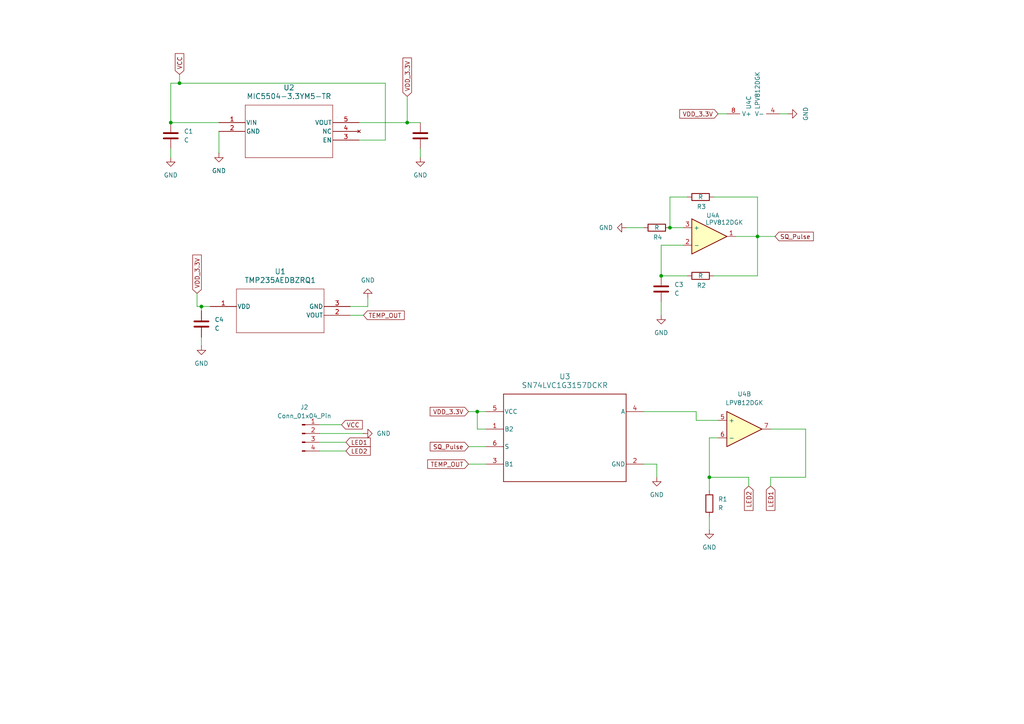
<source format=kicad_sch>
(kicad_sch (version 20231120) (generator "eeschema") (generator_version "8.0")
  (paper "A4")
  (lib_symbols
    (symbol "Amplifier_Operational:LPV812DGK"
      (property "Reference" "U" (at 0 5.08 0))
      (property "Value" "LPV812DGK" (at 0 -5.08 0))
      (symbol "LPV812DGK_1_1"
        (polyline (pts (xy -5.08 5.08) (xy 5.08 0) (xy -5.08 -5.08) (xy -5.08 5.08)) (stroke (width 0.254)) (fill (type background)))
        (pin output line (at 7.62 0 180) (length 2.54) (name "~") (number "1"))
        (pin input line (at -7.62 -2.54 0) (length 2.54) (name "-") (number "2"))
        (pin input line (at -7.62 2.54 0) (length 2.54) (name "+") (number "3"))
      )
      (symbol "LPV812DGK_2_1"
        (polyline (pts (xy -5.08 5.08) (xy 5.08 0) (xy -5.08 -5.08) (xy -5.08 5.08)) (stroke (width 0.254)) (fill (type background)))
        (pin input line (at -7.62 2.54 0) (length 2.54) (name "+") (number "5"))
        (pin input line (at -7.62 -2.54 0) (length 2.54) (name "-") (number "6"))
        (pin output line (at 7.62 0 180) (length 2.54) (name "~") (number "7"))
      )
      (symbol "LPV812DGK_3_1"
        (pin power_in line (at -2.54 -7.62 90) (length 3.81) (name "V-") (number "4"))
        (pin power_in line (at -2.54 7.62 270) (length 3.81) (name "V+") (number "8"))
      )
    )
    (symbol "Connector:Conn_01x04_Pin" (pin_names (offset 1.016) hide)
      (property "Reference" "J" (at 0 5.08 0))
      (property "Value" "Conn_01x04_Pin" (at 0 -7.62 0))
      (symbol "Conn_01x04_Pin_1_1"
        (polyline (pts (xy 1.27 -5.08) (xy 0.8636 -5.08)) (stroke (width 0.1524)))
        (polyline (pts (xy 1.27 -2.54) (xy 0.8636 -2.54)) (stroke (width 0.1524)))
        (polyline (pts (xy 1.27 0) (xy 0.8636 0)) (stroke (width 0.1524)))
        (polyline (pts (xy 1.27 2.54) (xy 0.8636 2.54)) (stroke (width 0.1524)))
        (rectangle (start 0.8636 -4.953) (end 0 -5.207) (stroke (width 0.1524)) (fill (type outline)))
        (rectangle (start 0.8636 -2.413) (end 0 -2.667) (stroke (width 0.1524)) (fill (type outline)))
        (rectangle (start 0.8636 0.127) (end 0 -0.127) (stroke (width 0.1524)) (fill (type outline)))
        (rectangle (start 0.8636 2.667) (end 0 2.413) (stroke (width 0.1524)) (fill (type outline)))
        (pin passive line (at 5.08 2.54 180) (length 3.81) (name "Pin_1") (number "1"))
        (pin passive line (at 5.08 0 180) (length 3.81) (name "Pin_2") (number "2"))
        (pin passive line (at 5.08 -2.54 180) (length 3.81) (name "Pin_3") (number "3"))
        (pin passive line (at 5.08 -5.08 180) (length 3.81) (name "Pin_4") (number "4"))
      )
    )
    (symbol "Device:C" (pin_numbers hide) (pin_names (offset 0.254))
      (property "Reference" "C" (at 0.635 2.54 0))
      (property "Value" "C" (at 0.635 -2.54 0))
      (symbol "C_0_1"
        (polyline (pts (xy -2.032 -0.762) (xy 2.032 -0.762)) (stroke (width 0.508)))
        (polyline (pts (xy -2.032 0.762) (xy 2.032 0.762)) (stroke (width 0.508)))
      )
      (symbol "C_1_1"
        (pin passive line (at 0 3.81 270) (length 2.794) (name "~") (number "1"))
        (pin passive line (at 0 -3.81 90) (length 2.794) (name "~") (number "2"))
      )
    )
    (symbol "Device:R" (pin_numbers hide) (pin_names (offset 0))
      (property "Reference" "R" (at 2.032 0 90))
      (property "Value" "R" (at 0 0 90))
      (symbol "R_0_1"
        (rectangle (start -1.016 -2.54) (end 1.016 2.54) (stroke (width 0.254)))
      )
      (symbol "R_1_1"
        (pin passive line (at 0 3.81 270) (length 1.27) (name "~") (number "1"))
        (pin passive line (at 0 -3.81 90) (length 1.27) (name "~") (number "2"))
      )
    )
    (symbol "MIC5504:MIC5504-3.3YM5-TR" (pin_names (offset 0.254))
      (property "Reference" "U" (at 20.32 10.16 0))
      (property "Value" "MIC5504-3.3YM5-TR" (at 20.32 7.62 0))
      (symbol "MIC5504-3.3YM5-TR_0_1"
        (polyline (pts (xy 7.62 -10.16) (xy 33.02 -10.16)) (stroke (width 0.127)))
        (polyline (pts (xy 7.62 5.08) (xy 7.62 -10.16)) (stroke (width 0.127)))
        (polyline (pts (xy 33.02 -10.16) (xy 33.02 5.08)) (stroke (width 0.127)))
        (polyline (pts (xy 33.02 5.08) (xy 7.62 5.08)) (stroke (width 0.127)))
        (pin input line (at 0 0 0) (length 7.62) (name "VIN") (number "1"))
        (pin power_in line (at 0 -2.54 0) (length 7.62) (name "GND") (number "2"))
        (pin input line (at 40.64 -5.08 180) (length 7.62) (name "EN") (number "3"))
        (pin no_connect line (at 40.64 -2.54 180) (length 7.62) (name "NC") (number "4"))
        (pin output line (at 40.64 0 180) (length 7.62) (name "VOUT") (number "5"))
      )
    )
    (symbol "SN74LVC1G3157DCKR:SN74LVC1G3157DCKR" (pin_names (offset 0.254))
      (property "Reference" "U" (at 0 2.54 0))
      (property "Value" "SN74LVC1G3157DCKR" (at 0 0 0))
      (symbol "SN74LVC1G3157DCKR_0_1"
        (polyline (pts (xy -17.78 -12.7) (xy 17.78 -12.7)) (stroke (width 0.2032)))
        (polyline (pts (xy -17.78 12.7) (xy -17.78 -12.7)) (stroke (width 0.2032)))
        (polyline (pts (xy 17.78 -12.7) (xy 17.78 12.7)) (stroke (width 0.2032)))
        (polyline (pts (xy 17.78 12.7) (xy -17.78 12.7)) (stroke (width 0.2032)))
        (pin input line (at -22.86 2.54 0) (length 5.08) (name "B2") (number "1"))
        (pin power_in line (at 22.86 -7.62 180) (length 5.08) (name "GND") (number "2"))
        (pin input line (at -22.86 -7.62 0) (length 5.08) (name "B1") (number "3"))
        (pin output line (at 22.86 7.62 180) (length 5.08) (name "A") (number "4"))
        (pin power_in line (at -22.86 7.62 0) (length 5.08) (name "VCC") (number "5"))
        (pin input line (at -22.86 -2.54 0) (length 5.08) (name "S") (number "6"))
      )
    )
    (symbol "TMP235:TMP235AEDBZRQ1" (pin_names (offset 0.254))
      (property "Reference" "U" (at 20.32 10.16 0))
      (property "Value" "TMP235AEDBZRQ1" (at 20.32 7.62 0))
      (symbol "TMP235AEDBZRQ1_0_1"
        (polyline (pts (xy 7.62 -7.62) (xy 33.02 -7.62)) (stroke (width 0.127)))
        (polyline (pts (xy 7.62 5.08) (xy 7.62 -7.62)) (stroke (width 0.127)))
        (polyline (pts (xy 33.02 -7.62) (xy 33.02 5.08)) (stroke (width 0.127)))
        (polyline (pts (xy 33.02 5.08) (xy 7.62 5.08)) (stroke (width 0.127)))
        (pin power_in line (at 0 0 0) (length 7.62) (name "VDD") (number "1"))
        (pin output line (at 40.64 -2.54 180) (length 7.62) (name "VOUT") (number "2"))
        (pin power_out line (at 40.64 0 180) (length 7.62) (name "GND") (number "3"))
      )
    )
    (symbol "power:GND" (power) (pin_numbers hide) (pin_names (offset 0) hide)
      (property "Value" "GND" (at 0 -3.81 0))
      (symbol "GND_0_1"
        (polyline (pts (xy 0 0) (xy 0 -1.27) (xy 1.27 -1.27) (xy 0 -2.54) (xy -1.27 -1.27) (xy 0 -1.27)))
      )
      (symbol "GND_1_1"
        (pin power_in line (at 0 0 270) (length 0) (name "~") (number "1"))
      )
    )
  )
  (junction (at 205.74 138.43))
  (junction (at 219.71 68.58))
  (junction (at 118.11 35.56))
  (junction (at 52.07 24.13))
  (junction (at 138.43 119.38))
  (junction (at 191.77 80.01))
  (junction (at 49.53 35.56))
  (junction (at 194.31 66.04))
  (junction (at 58.42 88.9))
  (wire (pts (xy 194.31 66.04) (xy 194.31 57.15)))
  (wire (pts (xy 199.39 80.01) (xy 191.77 80.01)))
  (wire (pts (xy 104.14 40.64) (xy 111.76 40.64)))
  (wire (pts (xy 138.43 124.46) (xy 138.43 119.38)))
  (wire (pts (xy 52.07 21.59) (xy 52.07 24.13)))
  (wire (pts (xy 92.71 123.19) (xy 99.06 123.19)))
  (wire (pts (xy 205.74 127) (xy 205.74 138.43)))
  (wire (pts (xy 135.89 119.38) (xy 138.43 119.38)))
  (wire (pts (xy 219.71 68.58) (xy 224.79 68.58)))
  (wire (pts (xy 92.71 125.73) (xy 105.41 125.73)))
  (wire (pts (xy 219.71 57.15) (xy 219.71 68.58)))
  (wire (pts (xy 92.71 130.81) (xy 100.33 130.81)))
  (wire (pts (xy 104.14 35.56) (xy 118.11 35.56)))
  (wire (pts (xy 219.71 68.58) (xy 213.36 68.58)))
  (wire (pts (xy 205.74 138.43) (xy 205.74 142.24)))
  (wire (pts (xy 207.01 80.01) (xy 219.71 80.01)))
  (wire (pts (xy 207.01 57.15) (xy 219.71 57.15)))
  (wire (pts (xy 205.74 138.43) (xy 217.17 138.43)))
  (wire (pts (xy 57.15 85.09) (xy 57.15 88.9)))
  (wire (pts (xy 118.11 27.94) (xy 118.11 35.56)))
  (wire (pts (xy 63.5 38.1) (xy 63.5 44.45)))
  (wire (pts (xy 92.71 128.27) (xy 100.33 128.27)))
  (wire (pts (xy 135.89 134.62) (xy 140.97 134.62)))
  (wire (pts (xy 201.93 121.92) (xy 208.28 121.92)))
  (wire (pts (xy 58.42 97.79) (xy 58.42 100.33)))
  (wire (pts (xy 190.5 134.62) (xy 186.69 134.62)))
  (wire (pts (xy 49.53 35.56) (xy 63.5 35.56)))
  (wire (pts (xy 233.68 124.46) (xy 223.52 124.46)))
  (wire (pts (xy 190.5 138.43) (xy 190.5 134.62)))
  (wire (pts (xy 57.15 88.9) (xy 58.42 88.9)))
  (wire (pts (xy 101.6 91.44) (xy 105.41 91.44)))
  (wire (pts (xy 58.42 88.9) (xy 60.96 88.9)))
  (wire (pts (xy 49.53 24.13) (xy 49.53 35.56)))
  (wire (pts (xy 223.52 138.43) (xy 233.68 138.43)))
  (wire (pts (xy 138.43 119.38) (xy 140.97 119.38)))
  (wire (pts (xy 233.68 138.43) (xy 233.68 124.46)))
  (wire (pts (xy 140.97 124.46) (xy 138.43 124.46)))
  (wire (pts (xy 118.11 35.56) (xy 121.92 35.56)))
  (wire (pts (xy 191.77 80.01) (xy 191.77 71.12)))
  (wire (pts (xy 106.68 88.9) (xy 101.6 88.9)))
  (wire (pts (xy 201.93 119.38) (xy 201.93 121.92)))
  (wire (pts (xy 194.31 57.15) (xy 199.39 57.15)))
  (wire (pts (xy 217.17 140.97) (xy 217.17 138.43)))
  (wire (pts (xy 58.42 88.9) (xy 58.42 90.17)))
  (wire (pts (xy 181.61 66.04) (xy 186.69 66.04)))
  (wire (pts (xy 208.28 127) (xy 205.74 127)))
  (wire (pts (xy 135.89 129.54) (xy 140.97 129.54)))
  (wire (pts (xy 106.68 86.36) (xy 106.68 88.9)))
  (wire (pts (xy 121.92 43.18) (xy 121.92 45.72)))
  (wire (pts (xy 52.07 24.13) (xy 49.53 24.13)))
  (wire (pts (xy 191.77 87.63) (xy 191.77 91.44)))
  (wire (pts (xy 111.76 40.64) (xy 111.76 24.13)))
  (wire (pts (xy 223.52 138.43) (xy 223.52 140.97)))
  (wire (pts (xy 208.28 33.02) (xy 210.82 33.02)))
  (wire (pts (xy 49.53 43.18) (xy 49.53 45.72)))
  (wire (pts (xy 111.76 24.13) (xy 52.07 24.13)))
  (wire (pts (xy 198.12 66.04) (xy 194.31 66.04)))
  (wire (pts (xy 219.71 80.01) (xy 219.71 68.58)))
  (wire (pts (xy 186.69 119.38) (xy 201.93 119.38)))
  (wire (pts (xy 226.06 33.02) (xy 228.6 33.02)))
  (wire (pts (xy 191.77 71.12) (xy 198.12 71.12)))
  (wire (pts (xy 205.74 149.86) (xy 205.74 153.67)))
  (global_label "LED1" (shape input) (at 223.52 140.97 270) (property "Intersheetrefs" "${INTERSHEET_REFS}" (effects (hide yes))))
  (global_label "LED2" (shape input) (at 217.17 140.97 270) (property "Intersheetrefs" "${INTERSHEET_REFS}" (effects (hide yes))))
  (global_label "VDD_3.3V" (shape input) (at 118.11 27.94 90) (property "Intersheetrefs" "${INTERSHEET_REFS}" (effects (hide yes))))
  (global_label "SQ_Pulse" (shape input) (at 224.79 68.58 0) (property "Intersheetrefs" "${INTERSHEET_REFS}" (effects (hide yes))))
  (global_label "VCC" (shape input) (at 52.07 21.59 90) (property "Intersheetrefs" "${INTERSHEET_REFS}" (effects (hide yes))))
  (global_label "LED2" (shape input) (at 100.33 130.81 0) (property "Intersheetrefs" "${INTERSHEET_REFS}" (effects (hide yes))))
  (global_label "TEMP_OUT" (shape input) (at 105.41 91.44 0) (property "Intersheetrefs" "${INTERSHEET_REFS}" (effects (hide yes))))
  (global_label "SQ_Pulse" (shape input) (at 135.89 129.54 180) (property "Intersheetrefs" "${INTERSHEET_REFS}" (effects (hide yes))))
  (global_label "VDD_3.3V" (shape input) (at 135.89 119.38 180) (property "Intersheetrefs" "${INTERSHEET_REFS}" (effects (hide yes))))
  (global_label "VDD_3.3V" (shape input) (at 57.15 85.09 90) (property "Intersheetrefs" "${INTERSHEET_REFS}" (effects (hide yes))))
  (global_label "VCC" (shape input) (at 99.06 123.19 0) (property "Intersheetrefs" "${INTERSHEET_REFS}" (effects (hide yes))))
  (global_label "LED1" (shape input) (at 100.33 128.27 0) (property "Intersheetrefs" "${INTERSHEET_REFS}" (effects (hide yes))))
  (global_label "VDD_3.3V" (shape input) (at 208.28 33.02 180) (property "Intersheetrefs" "${INTERSHEET_REFS}" (effects (hide yes))))
  (global_label "TEMP_OUT" (shape input) (at 135.89 134.62 180) (property "Intersheetrefs" "${INTERSHEET_REFS}" (effects (hide yes))))
  (symbol (lib_id "Device:C") (at 121.92 39.37 0) (unit 1)
    (property "Reference" "C2" (effects (hide yes)))
    (property "Value" "C" (effects (hide yes)))
    (property "Footprint" "Capacitor_SMD:C_0603_1608Metric_Pad1.08x0.95mm_HandSolder" (effects (hide yes)))
    (property "Description" "Unpolarized capacitor" (effects (hide yes)))
  )
  (symbol (lib_id "MIC5504:MIC5504-3.3YM5-TR") (at 63.5 35.56 0) (unit 1)
    (property "Reference" "U2" (at 83.82 25.4 0) (effects (font (size 1.524 1.524))))
    (property "Value" "MIC5504-3.3YM5-TR" (at 83.82 27.94 0) (effects (font (size 1.524 1.524))))
    (property "Footprint" "MIC5504:SOT-23-5_MC_MCH" (effects (hide yes)))
    (property "Datasheet" "MIC5504-3.3YM5-TR" (effects (hide yes)))
  )
  (symbol (lib_id "power:GND") (at 105.41 125.73 90) (unit 1)
    (property "Reference" "#PWR011" (effects (hide yes)))
    (property "Value" "GND" (at 109.22 125.7299 90) (effects (justify right)))
    (property "Description" "Power symbol creates a global label with name \"GND\" , ground" (effects (hide yes)))
  )
  (symbol (lib_id "power:GND") (at 63.5 44.45 0) (unit 1)
    (property "Reference" "#PWR03" (effects (hide yes)))
    (property "Value" "GND" (at 63.5 49.53 0))
    (property "Description" "Power symbol creates a global label with name \"GND\" , ground" (effects (hide yes)))
  )
  (symbol (lib_id "Device:C") (at 191.77 83.82 0) (unit 1)
    (property "Reference" "C3" (at 195.58 82.5499 0) (effects (justify left)))
    (property "Value" "C" (at 195.58 85.0899 0) (effects (justify left)))
    (property "Footprint" "Capacitor_SMD:C_0603_1608Metric_Pad1.08x0.95mm_HandSolder" (effects (hide yes)))
    (property "Description" "Unpolarized capacitor" (effects (hide yes)))
  )
  (symbol (lib_id "power:GND") (at 191.77 91.44 0) (unit 1)
    (property "Reference" "#PWR06" (effects (hide yes)))
    (property "Value" "GND" (at 191.77 96.52 0))
    (property "Description" "Power symbol creates a global label with name \"GND\" , ground" (effects (hide yes)))
  )
  (symbol (lib_id "power:GND") (at 228.6 33.02 90) (unit 1)
    (property "Reference" "#PWR05" (effects (hide yes)))
    (property "Value" "GND" (at 233.68 33.02 0))
    (property "Description" "Power symbol creates a global label with name \"GND\" , ground" (effects (hide yes)))
  )
  (symbol (lib_id "power:GND") (at 106.68 86.36 180) (unit 1)
    (property "Reference" "#PWR010" (effects (hide yes)))
    (property "Value" "GND" (at 106.68 81.28 0))
    (property "Description" "Power symbol creates a global label with name \"GND\" , ground" (effects (hide yes)))
  )
  (symbol (lib_id "power:GND") (at 49.53 45.72 0) (unit 1)
    (property "Reference" "#PWR02" (effects (hide yes)))
    (property "Value" "GND" (at 49.53 50.8 0))
    (property "Description" "Power symbol creates a global label with name \"GND\" , ground" (effects (hide yes)))
  )
  (symbol (lib_id "Device:R") (at 205.74 146.05 180) (unit 1)
    (property "Reference" "R1" (at 208.28 144.7799 0) (effects (justify right)))
    (property "Value" "R" (at 208.28 147.3199 0) (effects (justify right)))
    (property "Footprint" "Resistor_SMD:R_0603_1608Metric_Pad0.98x0.95mm_HandSolder" (effects (hide yes)))
    (property "Description" "Resistor" (effects (hide yes)))
  )
  (symbol (lib_id "Device:R") (at 203.2 57.15 90) (unit 1)
    (property "Reference" "R3" (at 203.454 59.944 90))
    (property "Value" "R" (at 203.2 57.15 90))
    (property "Footprint" "Resistor_SMD:R_0603_1608Metric_Pad0.98x0.95mm_HandSolder" (effects (hide yes)))
    (property "Description" "Resistor" (effects (hide yes)))
  )
  (symbol (lib_id "SN74LVC1G3157DCKR:SN74LVC1G3157DCKR") (at 163.83 127 0) (unit 1)
    (property "Reference" "U3" (at 163.83 109.22 0) (effects (font (size 1.524 1.524))))
    (property "Value" "SN74LVC1G3157DCKR" (at 163.83 111.76 0) (effects (font (size 1.524 1.524))))
    (property "Footprint" "SN74LVC1G3157DBVR:DBV6" (effects (hide yes)))
    (property "Datasheet" "SN74LVC1G3157DCKR" (effects (hide yes)))
  )
  (symbol (lib_id "power:GND") (at 181.61 66.04 270) (unit 1)
    (property "Reference" "#PWR07" (effects (hide yes)))
    (property "Value" "GND" (at 177.8 66.0399 90) (effects (justify right)))
    (property "Description" "Power symbol creates a global label with name \"GND\" , ground" (effects (hide yes)))
  )
  (symbol (lib_id "Amplifier_Operational:LPV812DGK") (at 218.44 30.48 90) (unit 3)
    (property "Reference" "U4" (at 217.1699 31.75 0) (effects (justify left)))
    (property "Value" "LPV812DGK" (at 219.7099 31.75 0) (effects (justify left)))
    (property "Footprint" "Package_SO:VSSOP-8_3.0x3.0mm_P0.65mm" (effects (hide yes)))
    (property "Datasheet" "https://www.ti.com/lit/ds/symlink/lpv812.pdf" (effects (hide yes)))
    (property "Description" "Dual operational amplifier, 8kHz GBW, 425 nA/channel quiescent, 100 fA input bias, 300 uV offset max, 1 uV/C, VSSOP-8" (effects (hide yes)))
  )
  (symbol (lib_id "Device:R") (at 190.5 66.04 90) (unit 1)
    (property "Reference" "R4" (at 190.754 68.834 90))
    (property "Value" "R" (at 190.5 66.04 90))
    (property "Footprint" "Resistor_SMD:R_0603_1608Metric_Pad0.98x0.95mm_HandSolder" (effects (hide yes)))
    (property "Description" "Resistor" (effects (hide yes)))
  )
  (symbol (lib_id "Device:R") (at 203.2 80.01 90) (unit 1)
    (property "Reference" "R2" (at 203.454 82.804 90))
    (property "Value" "R" (at 203.2 80.01 90))
    (property "Footprint" "Resistor_SMD:R_0603_1608Metric_Pad0.98x0.95mm_HandSolder" (effects (hide yes)))
    (property "Description" "Resistor" (effects (hide yes)))
  )
  (symbol (lib_id "power:GND") (at 190.5 138.43 0) (unit 1)
    (property "Reference" "#PWR08" (effects (hide yes)))
    (property "Value" "GND" (at 190.5 143.51 0))
    (property "Description" "Power symbol creates a global label with name \"GND\" , ground" (effects (hide yes)))
  )
  (symbol (lib_id "power:GND") (at 58.42 100.33 0) (unit 1)
    (property "Reference" "#PWR04" (effects (hide yes)))
    (property "Value" "GND" (at 58.42 105.41 0))
    (property "Description" "Power symbol creates a global label with name \"GND\" , ground" (effects (hide yes)))
  )
  (symbol (lib_id "Device:C") (at 49.53 39.37 0) (unit 1)
    (property "Reference" "C1" (at 53.34 38.0999 0) (effects (justify left)))
    (property "Value" "C" (at 53.34 40.6399 0) (effects (justify left)))
    (property "Footprint" "Capacitor_SMD:C_0603_1608Metric_Pad1.08x0.95mm_HandSolder" (effects (hide yes)))
    (property "Description" "Unpolarized capacitor" (effects (hide yes)))
  )
  (symbol (lib_id "power:GND") (at 121.92 45.72 0) (unit 1)
    (property "Reference" "#PWR01" (effects (hide yes)))
    (property "Value" "GND" (at 121.92 50.8 0))
    (property "Description" "Power symbol creates a global label with name \"GND\" , ground" (effects (hide yes)))
  )
  (symbol (lib_id "TMP235:TMP235AEDBZRQ1") (at 60.96 88.9 0) (unit 1)
    (property "Reference" "U1" (at 81.28 78.74 0) (effects (font (size 1.524 1.524))))
    (property "Value" "TMP235AEDBZRQ1" (at 81.28 81.28 0) (effects (font (size 1.524 1.524))))
    (property "Footprint" "TMP235:SOT-23_DBZ_TEX" (effects (hide yes)))
    (property "Datasheet" "TMP235AEDBZRQ1" (effects (hide yes)))
  )
  (symbol (lib_id "power:GND") (at 205.74 153.67 0) (unit 1)
    (property "Reference" "#PWR09" (effects (hide yes)))
    (property "Value" "GND" (at 205.74 158.75 0))
    (property "Description" "Power symbol creates a global label with name \"GND\" , ground" (effects (hide yes)))
  )
  (symbol (lib_id "Connector:Conn_01x04_Pin") (at 87.63 125.73 0) (unit 1)
    (property "Reference" "J2" (at 88.265 118.11 0))
    (property "Value" "Conn_01x04_Pin" (at 88.265 120.65 0))
    (property "Footprint" "Connector_PinHeader_2.54mm:PinHeader_1x04_P2.54mm_Vertical" (effects (hide yes)))
    (property "Description" "Generic connector, single row, 01x04, script generated" (effects (hide yes)))
  )
  (symbol (lib_id "Amplifier_Operational:LPV812DGK") (at 215.9 124.46 0) (unit 2)
    (property "Reference" "U4" (at 215.9 114.3 0))
    (property "Value" "LPV812DGK" (at 215.9 116.84 0))
    (property "Footprint" "Package_SO:VSSOP-8_3.0x3.0mm_P0.65mm" (effects (hide yes)))
    (property "Datasheet" "https://www.ti.com/lit/ds/symlink/lpv812.pdf" (effects (hide yes)))
    (property "Description" "Dual operational amplifier, 8kHz GBW, 425 nA/channel quiescent, 100 fA input bias, 300 uV offset max, 1 uV/C, VSSOP-8" (effects (hide yes)))
  )
  (symbol (lib_id "Amplifier_Operational:LPV812DGK") (at 205.74 68.58 0) (unit 1)
    (property "Reference" "U4" (at 206.756 62.484 0))
    (property "Value" "LPV812DGK" (at 210.058 64.516 0))
    (property "Footprint" "Package_SO:VSSOP-8_3.0x3.0mm_P0.65mm" (effects (hide yes)))
    (property "Datasheet" "https://www.ti.com/lit/ds/symlink/lpv812.pdf" (effects (hide yes)))
    (property "Description" "Dual operational amplifier, 8kHz GBW, 425 nA/channel quiescent, 100 fA input bias, 300 uV offset max, 1 uV/C, VSSOP-8" (effects (hide yes)))
  )
  (symbol (lib_id "Device:C") (at 58.42 93.98 0) (unit 1)
    (property "Reference" "C4" (at 62.23 92.7099 0) (effects (justify left)))
    (property "Value" "C" (at 62.23 95.2499 0) (effects (justify left)))
    (property "Footprint" "Capacitor_SMD:C_0603_1608Metric_Pad1.08x0.95mm_HandSolder" (effects (hide yes)))
    (property "Description" "Unpolarized capacitor" (effects (hide yes)))
  )
)
</source>
